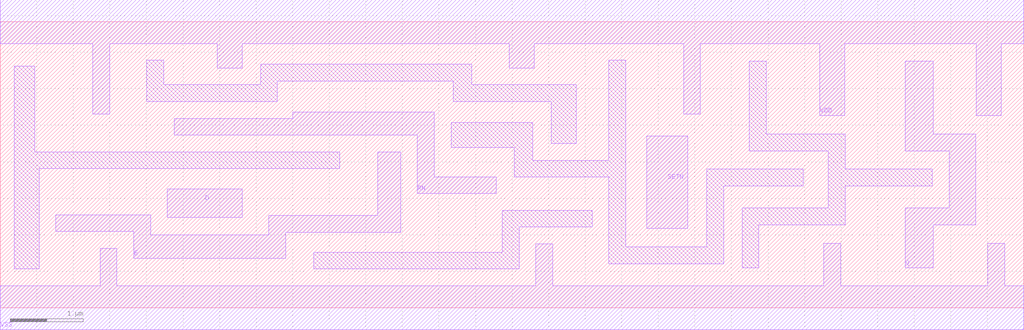
<source format=lef>
# Copyright 2022 GlobalFoundries PDK Authors
#
# Licensed under the Apache License, Version 2.0 (the "License");
# you may not use this file except in compliance with the License.
# You may obtain a copy of the License at
#
#      http://www.apache.org/licenses/LICENSE-2.0
#
# Unless required by applicable law or agreed to in writing, software
# distributed under the License is distributed on an "AS IS" BASIS,
# WITHOUT WARRANTIES OR CONDITIONS OF ANY KIND, either express or implied.
# See the License for the specific language governing permissions and
# limitations under the License.

MACRO gf180mcu_fd_sc_mcu7t5v0__latrsnq_2
  CLASS core ;
  FOREIGN gf180mcu_fd_sc_mcu7t5v0__latrsnq_2 0.0 0.0 ;
  ORIGIN 0 0 ;
  SYMMETRY X Y ;
  SITE GF018hv5v_mcu_sc7 ;
  SIZE 14 BY 3.92 ;
  PIN D
    DIRECTION INPUT ;
    ANTENNAGATEAREA 0.552 ;
    PORT
      LAYER METAL1 ;
        POLYGON 2.285 1.24 3.31 1.24 3.31 1.63 2.285 1.63  ;
    END
  END D
  PIN E
    DIRECTION INPUT ;
    USE clock ;
    ANTENNAGATEAREA 1.2935 ;
    PORT
      LAYER METAL1 ;
        POLYGON 0.76 1.045 1.825 1.045 1.825 0.68 3.905 0.68 3.905 1.035 5.475 1.035 5.475 2.135 5.16 2.135 5.16 1.265 3.675 1.265 3.675 1 2.055 1 2.055 1.275 0.76 1.275  ;
    END
  END E
  PIN RN
    DIRECTION INPUT ;
    ANTENNAGATEAREA 0.789 ;
    PORT
      LAYER METAL1 ;
        POLYGON 2.38 2.365 4.64 2.365 5.705 2.365 5.705 1.565 6.78 1.565 6.78 1.795 5.935 1.795 5.935 2.68 4.64 2.68 4 2.68 4 2.595 2.38 2.595  ;
    END
  END RN
  PIN SETN
    DIRECTION INPUT ;
    ANTENNAGATEAREA 0.7415 ;
    PORT
      LAYER METAL1 ;
        POLYGON 8.84 1.085 9.4 1.085 9.4 2.355 8.84 2.355  ;
    END
  END SETN
  PIN Q
    DIRECTION OUTPUT ;
    ANTENNADIFFAREA 1.0608 ;
    PORT
      LAYER METAL1 ;
        POLYGON 12.38 2.15 12.745 2.15 12.98 2.15 12.98 1.365 12.38 1.365 12.38 0.545 12.76 0.545 12.76 1.135 13.34 1.135 13.34 2.38 12.76 2.38 12.76 3.38 12.745 3.38 12.38 3.38  ;
    END
  END Q
  PIN VDD
    DIRECTION INOUT ;
    USE power ;
    SHAPE ABUTMENT ;
    PORT
      LAYER METAL1 ;
        POLYGON 0 3.62 1.265 3.62 1.265 2.655 1.495 2.655 1.495 3.62 2.97 3.62 2.97 3.285 3.31 3.285 3.31 3.62 6.96 3.62 6.96 3.285 7.3 3.285 7.3 3.62 7.875 3.62 9.345 3.62 9.345 2.655 9.575 2.655 9.575 3.62 11.21 3.62 11.21 2.63 11.55 2.63 11.55 3.62 12.745 3.62 13.35 3.62 13.35 2.63 13.69 2.63 13.69 3.62 14 3.62 14 4.22 12.745 4.22 7.875 4.22 0 4.22  ;
    END
  END VDD
  PIN VSS
    DIRECTION INOUT ;
    USE ground ;
    SHAPE ABUTMENT ;
    PORT
      LAYER METAL1 ;
        POLYGON 0 -0.3 14 -0.3 14 0.3 13.735 0.3 13.735 0.885 13.505 0.885 13.505 0.3 11.495 0.3 11.495 0.885 11.265 0.885 11.265 0.3 7.555 0.3 7.555 0.875 7.325 0.875 7.325 0.3 1.595 0.3 1.595 0.815 1.365 0.815 1.365 0.3 0 0.3  ;
    END
  END VSS
  OBS
      LAYER METAL1 ;
        POLYGON 0.19 0.53 0.53 0.53 0.53 1.905 4.64 1.905 4.64 2.135 0.475 2.135 0.475 3.31 0.19 3.31  ;
        POLYGON 2.005 2.825 3.79 2.825 3.79 3.105 6.195 3.105 6.195 2.825 7.535 2.825 7.535 2.25 7.875 2.25 7.875 3.055 6.445 3.055 6.445 3.335 3.56 3.335 3.56 3.055 2.235 3.055 2.235 3.39 2.005 3.39  ;
        POLYGON 4.29 0.53 7.095 0.53 7.095 1.105 8.095 1.105 8.095 1.335 6.865 1.335 6.865 0.76 4.29 0.76  ;
        POLYGON 6.165 2.195 7.03 2.195 7.03 1.79 8.325 1.79 8.325 0.605 9.895 0.605 9.895 1.67 10.985 1.67 10.985 1.9 9.665 1.9 9.665 0.835 8.555 0.835 8.555 3.39 8.325 3.39 8.325 2.02 7.28 2.02 7.28 2.535 6.165 2.535  ;
        POLYGON 10.245 2.15 11.325 2.15 11.325 1.365 10.145 1.365 10.145 0.545 10.375 0.545 10.375 1.135 11.555 1.135 11.555 1.67 12.745 1.67 12.745 1.9 11.555 1.9 11.555 2.38 10.475 2.38 10.475 3.38 10.245 3.38  ;
  END
END gf180mcu_fd_sc_mcu7t5v0__latrsnq_2

</source>
